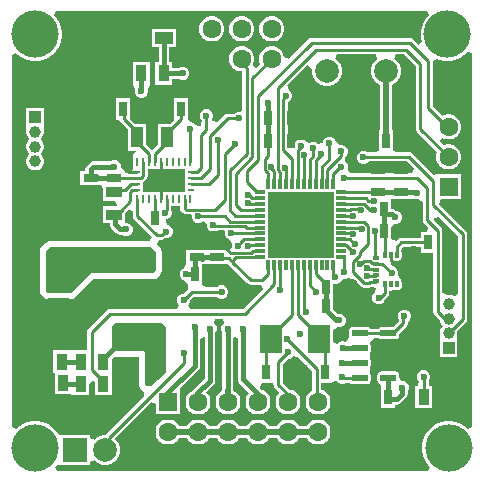
<source format=gtl>
G04*
G04 #@! TF.GenerationSoftware,Altium Limited,Altium Designer,22.10.1 (41)*
G04*
G04 Layer_Physical_Order=1*
G04 Layer_Color=255*
%FSLAX25Y25*%
%MOIN*%
G70*
G04*
G04 #@! TF.SameCoordinates,0245A464-56C0-4E7C-B2BA-3340792428E8*
G04*
G04*
G04 #@! TF.FilePolarity,Positive*
G04*
G01*
G75*
%ADD16C,0.01000*%
%ADD19R,0.03622X0.05433*%
%ADD20R,0.00984X0.02657*%
%ADD21R,0.02264X0.00984*%
%ADD22R,0.02756X0.05118*%
G04:AMPARAMS|DCode=23|XSize=51.58mil|YSize=20.87mil|CornerRadius=1.57mil|HoleSize=0mil|Usage=FLASHONLY|Rotation=180.000|XOffset=0mil|YOffset=0mil|HoleType=Round|Shape=RoundedRectangle|*
%AMROUNDEDRECTD23*
21,1,0.05158,0.01774,0,0,180.0*
21,1,0.04845,0.02087,0,0,180.0*
1,1,0.00313,-0.02422,0.00887*
1,1,0.00313,0.02422,0.00887*
1,1,0.00313,0.02422,-0.00887*
1,1,0.00313,-0.02422,-0.00887*
%
%ADD23ROUNDEDRECTD23*%
G04:AMPARAMS|DCode=24|XSize=51.58mil|YSize=20.87mil|CornerRadius=1.67mil|HoleSize=0mil|Usage=FLASHONLY|Rotation=180.000|XOffset=0mil|YOffset=0mil|HoleType=Round|Shape=RoundedRectangle|*
%AMROUNDEDRECTD24*
21,1,0.05158,0.01753,0,0,180.0*
21,1,0.04824,0.02087,0,0,180.0*
1,1,0.00334,-0.02412,0.00876*
1,1,0.00334,0.02412,0.00876*
1,1,0.00334,0.02412,-0.00876*
1,1,0.00334,-0.02412,-0.00876*
%
%ADD24ROUNDEDRECTD24*%
G04:AMPARAMS|DCode=25|XSize=19.29mil|YSize=13.78mil|CornerRadius=1.72mil|HoleSize=0mil|Usage=FLASHONLY|Rotation=270.000|XOffset=0mil|YOffset=0mil|HoleType=Round|Shape=RoundedRectangle|*
%AMROUNDEDRECTD25*
21,1,0.01929,0.01034,0,0,270.0*
21,1,0.01585,0.01378,0,0,270.0*
1,1,0.00345,-0.00517,-0.00792*
1,1,0.00345,-0.00517,0.00792*
1,1,0.00345,0.00517,0.00792*
1,1,0.00345,0.00517,-0.00792*
%
%ADD25ROUNDEDRECTD25*%
G04:AMPARAMS|DCode=26|XSize=19.29mil|YSize=13.78mil|CornerRadius=1.72mil|HoleSize=0mil|Usage=FLASHONLY|Rotation=180.000|XOffset=0mil|YOffset=0mil|HoleType=Round|Shape=RoundedRectangle|*
%AMROUNDEDRECTD26*
21,1,0.01929,0.01034,0,0,180.0*
21,1,0.01585,0.01378,0,0,180.0*
1,1,0.00345,-0.00792,0.00517*
1,1,0.00345,0.00792,0.00517*
1,1,0.00345,0.00792,-0.00517*
1,1,0.00345,-0.00792,-0.00517*
%
%ADD26ROUNDEDRECTD26*%
G04:AMPARAMS|DCode=27|XSize=34.25mil|YSize=10.63mil|CornerRadius=1.33mil|HoleSize=0mil|Usage=FLASHONLY|Rotation=90.000|XOffset=0mil|YOffset=0mil|HoleType=Round|Shape=RoundedRectangle|*
%AMROUNDEDRECTD27*
21,1,0.03425,0.00797,0,0,90.0*
21,1,0.03160,0.01063,0,0,90.0*
1,1,0.00266,0.00399,0.01580*
1,1,0.00266,0.00399,-0.01580*
1,1,0.00266,-0.00399,-0.01580*
1,1,0.00266,-0.00399,0.01580*
%
%ADD27ROUNDEDRECTD27*%
G04:AMPARAMS|DCode=28|XSize=34.25mil|YSize=10.63mil|CornerRadius=1.33mil|HoleSize=0mil|Usage=FLASHONLY|Rotation=180.000|XOffset=0mil|YOffset=0mil|HoleType=Round|Shape=RoundedRectangle|*
%AMROUNDEDRECTD28*
21,1,0.03425,0.00797,0,0,180.0*
21,1,0.03160,0.01063,0,0,180.0*
1,1,0.00266,-0.01580,0.00399*
1,1,0.00266,0.01580,0.00399*
1,1,0.00266,0.01580,-0.00399*
1,1,0.00266,-0.01580,-0.00399*
%
%ADD28ROUNDEDRECTD28*%
%ADD29R,0.07480X0.09449*%
%ADD30R,0.03937X0.07087*%
%ADD31R,0.05433X0.03622*%
%ADD32R,0.05118X0.02756*%
%ADD33R,0.05906X0.03937*%
%ADD34R,0.12598X0.06772*%
%ADD61R,0.22047X0.22047*%
%ADD62C,0.01500*%
%ADD63C,0.01100*%
%ADD64C,0.02000*%
%ADD65C,0.06299*%
%ADD66R,0.06299X0.06299*%
%ADD67C,0.15748*%
%ADD68R,0.07874X0.07874*%
%ADD69C,0.07874*%
%ADD70R,0.07874X0.07874*%
%ADD71R,0.06299X0.06299*%
%ADD72R,0.03937X0.03937*%
%ADD73C,0.03937*%
%ADD74C,0.02362*%
G36*
X141068Y154012D02*
X140351Y153295D01*
X139380Y151841D01*
X138711Y150226D01*
X138370Y148512D01*
Y146764D01*
X138698Y145113D01*
X138622Y144998D01*
X137403Y144287D01*
X135727Y145963D01*
X135231Y146295D01*
X134646Y146411D01*
X101969D01*
X101383Y146295D01*
X100887Y145963D01*
X94390Y139466D01*
X92890Y140034D01*
X92607Y141090D01*
X92061Y142036D01*
X91288Y142809D01*
X90342Y143355D01*
X89287Y143638D01*
X88194D01*
X87138Y143355D01*
X86192Y142809D01*
X85420Y142036D01*
X84873Y141090D01*
X84591Y140034D01*
Y138942D01*
X84873Y137887D01*
X84911Y137822D01*
X83469Y136380D01*
X82269Y137301D01*
X82607Y137887D01*
X82890Y138942D01*
Y140034D01*
X82607Y141090D01*
X82061Y142036D01*
X81288Y142809D01*
X80342Y143355D01*
X79286Y143638D01*
X78194D01*
X77139Y143355D01*
X76192Y142809D01*
X75420Y142036D01*
X74873Y141090D01*
X74591Y140034D01*
Y138942D01*
X74873Y137887D01*
X75420Y136940D01*
X76192Y136168D01*
X77139Y135621D01*
X78194Y135339D01*
X78786D01*
Y122282D01*
X78176Y121874D01*
X77305D01*
X76500Y121541D01*
X76174Y121214D01*
X74016D01*
X73431Y121098D01*
X72934Y120766D01*
X70769Y118601D01*
X68948Y118902D01*
X68785Y119232D01*
X69118Y120037D01*
Y120908D01*
X68785Y121712D01*
X68169Y122328D01*
X67365Y122661D01*
X66494D01*
X65689Y122328D01*
X65073Y121712D01*
X64740Y120908D01*
Y120037D01*
X65073Y119232D01*
X65308Y118998D01*
X65238Y117473D01*
X64947Y117259D01*
X63273Y117382D01*
X62657Y117998D01*
X61937Y118296D01*
X60891Y119232D01*
X60843Y119717D01*
Y126394D01*
X56087D01*
Y119276D01*
X56087Y119276D01*
X56087D01*
X55028Y118214D01*
X54743Y117929D01*
X50772D01*
Y111005D01*
X48819Y109053D01*
X46866Y111005D01*
Y117929D01*
X43092D01*
X41551Y119470D01*
Y126394D01*
X36795D01*
Y119276D01*
X37932D01*
X38018Y118842D01*
X38349Y118346D01*
X40929Y115766D01*
Y108843D01*
X43302D01*
X43331Y108799D01*
X42530Y107299D01*
X42406D01*
Y102642D01*
X42406D01*
X41945Y101332D01*
X39779D01*
Y102181D01*
X39670D01*
X38429Y103104D01*
Y103983D01*
X38093Y104794D01*
X37472Y105416D01*
X36660Y105752D01*
X35781D01*
X34969Y105416D01*
X34881Y105328D01*
X29225D01*
X28542Y105192D01*
X27964Y104805D01*
X27085Y103926D01*
X26698Y103348D01*
X26562Y102665D01*
Y102181D01*
X24787D01*
Y97425D01*
X31205D01*
X31905Y97425D01*
X32504Y96173D01*
Y92287D01*
X36378D01*
X37155Y90787D01*
X36874Y90390D01*
X32504D01*
Y84768D01*
X34686D01*
Y84396D01*
X34821Y83714D01*
X35208Y83135D01*
X36946Y81397D01*
X37525Y81010D01*
X38208Y80874D01*
X38208Y80874D01*
X38831D01*
X38920Y80786D01*
X39731Y80450D01*
X40610D01*
X41422Y80786D01*
X42043Y81407D01*
X42379Y82219D01*
Y83098D01*
X42043Y83910D01*
X41422Y84531D01*
X40610Y84867D01*
X39937D01*
Y88227D01*
X40982Y89272D01*
X42368Y88698D01*
Y87205D01*
X42485Y86619D01*
X42816Y86123D01*
X48667Y80272D01*
X48599Y79860D01*
X48007Y78811D01*
X14961D01*
X14180Y78656D01*
X13519Y78214D01*
X11944Y76639D01*
X11502Y75977D01*
X11347Y75197D01*
Y62205D01*
X11502Y61424D01*
X11944Y60763D01*
X12731Y59975D01*
X13393Y59533D01*
X13786Y59455D01*
X14173Y59842D01*
X20866D01*
X21330Y59378D01*
X21654D01*
X22434Y59533D01*
X23096Y59975D01*
X29191Y66071D01*
X49213D01*
X49993Y66226D01*
X50655Y66668D01*
X51442Y67456D01*
X51884Y68117D01*
X52039Y68898D01*
Y75197D01*
X51884Y75977D01*
X51442Y76639D01*
X50370Y77711D01*
X50991Y79211D01*
X52025D01*
X52610Y79327D01*
X53107Y79659D01*
X53149Y79701D01*
X53979D01*
X54783Y80034D01*
X55399Y80650D01*
X55732Y81454D01*
Y82325D01*
X55399Y83130D01*
X54783Y83745D01*
X54232Y83974D01*
X53802Y84507D01*
X53358Y85579D01*
X53559Y85980D01*
X53589D01*
X54401Y86317D01*
X55022Y86938D01*
X55358Y87750D01*
Y88628D01*
X55229Y88942D01*
X55270Y89148D01*
Y90339D01*
X58116D01*
Y89775D01*
X58233Y89189D01*
X58564Y88693D01*
X59150Y88108D01*
X59646Y87776D01*
X60232Y87660D01*
X61840D01*
X61984Y87443D01*
Y86572D01*
X62318Y85768D01*
X62933Y85152D01*
X63738Y84819D01*
X64609D01*
X65413Y85152D01*
X65740Y85479D01*
X65926D01*
X67102Y84400D01*
Y83529D01*
X67436Y82725D01*
X68051Y82109D01*
X68856Y81776D01*
X69727D01*
X70531Y82109D01*
X70729Y82307D01*
X72757D01*
X73008Y81932D01*
Y81061D01*
X73341Y80256D01*
X73957Y79640D01*
X74613Y79369D01*
X74821Y79180D01*
X75466Y77807D01*
X75370Y77576D01*
Y76705D01*
X75384Y76671D01*
X74444Y75684D01*
X74032Y75803D01*
Y75803D01*
X60220D01*
Y71047D01*
X59552Y69824D01*
X58985Y69589D01*
X58364Y68968D01*
X58028Y68156D01*
Y67277D01*
X58364Y66465D01*
X58985Y65844D01*
X59797Y65508D01*
X60774Y64207D01*
X60808Y64063D01*
X60763Y62678D01*
X59329Y61244D01*
X58868D01*
X58063Y60911D01*
X57447Y60295D01*
X57114Y59491D01*
Y58620D01*
X57447Y57815D01*
X57655Y57608D01*
X57077Y56108D01*
X34843D01*
X34238Y55988D01*
X33725Y55645D01*
X27623Y49543D01*
X27280Y49030D01*
X27160Y48425D01*
Y42299D01*
X22169D01*
Y42299D01*
X21531D01*
Y42299D01*
X15909D01*
Y34866D01*
X16303D01*
Y27779D01*
X21925D01*
X22169Y27386D01*
Y27386D01*
X27791D01*
Y31188D01*
X29291Y31965D01*
X29689Y31684D01*
Y27386D01*
X35311D01*
Y33366D01*
X35311Y34819D01*
X35311D01*
Y34866D01*
X35311D01*
Y38741D01*
X35417Y39030D01*
X35490Y39161D01*
X36220Y40087D01*
X44418D01*
Y31066D01*
X44472Y30792D01*
X44493Y30514D01*
X44549Y30405D01*
X44573Y30285D01*
X44728Y30053D01*
X44854Y29805D01*
X45205Y29359D01*
X45289Y29287D01*
X45349Y29195D01*
X45588Y29030D01*
X45809Y28842D01*
X45815Y28840D01*
X46136Y28252D01*
X46283Y27701D01*
X46280Y27183D01*
X33462Y14365D01*
X33213Y13992D01*
X32578D01*
X31323Y13656D01*
X30197Y13006D01*
X29665Y12474D01*
X28165Y13022D01*
Y13992D01*
X18291D01*
X17155Y14871D01*
X16735Y15499D01*
X15499Y16735D01*
X14046Y17707D01*
X12431Y18375D01*
X10717Y18717D01*
X8969D01*
X7254Y18375D01*
X5639Y17707D01*
X4186Y16735D01*
X3469Y16018D01*
X1969Y16640D01*
Y140841D01*
X3469Y141462D01*
X4186Y140745D01*
X5639Y139774D01*
X7254Y139105D01*
X8969Y138764D01*
X10717D01*
X12431Y139105D01*
X14046Y139774D01*
X15499Y140745D01*
X16735Y141981D01*
X17707Y143434D01*
X18375Y145049D01*
X18717Y146764D01*
Y148512D01*
X18375Y150226D01*
X17707Y151841D01*
X16735Y153295D01*
X16018Y154012D01*
X16640Y155512D01*
X140447D01*
X141068Y154012D01*
D02*
G37*
G36*
X154538Y141794D02*
X155512Y141339D01*
Y16640D01*
X154012Y16018D01*
X153295Y16735D01*
X151841Y17707D01*
X150226Y18375D01*
X148512Y18717D01*
X146764D01*
X145049Y18375D01*
X143434Y17707D01*
X141981Y16735D01*
X140745Y15499D01*
X139774Y14046D01*
X139105Y12431D01*
X138764Y10717D01*
Y8969D01*
X139105Y7254D01*
X139774Y5639D01*
X140745Y4186D01*
X141462Y3469D01*
X140841Y1969D01*
X17207D01*
X16565Y3437D01*
X17221Y4226D01*
X18291Y4118D01*
Y4118D01*
X28165D01*
Y5088D01*
X29665Y5636D01*
X30197Y5105D01*
X31323Y4455D01*
X32578Y4118D01*
X33878D01*
X35134Y4455D01*
X36260Y5105D01*
X37179Y6024D01*
X37829Y7149D01*
X38165Y8405D01*
Y9705D01*
X37829Y10961D01*
X37179Y12087D01*
X36344Y12921D01*
X48579Y25156D01*
X49965Y24582D01*
Y20968D01*
X58264D01*
Y29268D01*
X58264D01*
X58080Y29711D01*
X64254Y35884D01*
X64254Y35884D01*
X64641Y36463D01*
X64776Y37146D01*
X64776Y37146D01*
Y46154D01*
X66276Y46881D01*
X66326Y46842D01*
Y33003D01*
X62557Y29234D01*
X62314Y28870D01*
X61566Y28439D01*
X60794Y27666D01*
X60247Y26720D01*
X59965Y25664D01*
Y24572D01*
X60247Y23516D01*
X60794Y22570D01*
X61566Y21798D01*
X62512Y21251D01*
X63568Y20968D01*
X64661D01*
X65716Y21251D01*
X66662Y21798D01*
X67435Y22570D01*
X67981Y23516D01*
X68264Y24572D01*
Y25664D01*
X67981Y26720D01*
X67435Y27666D01*
X66735Y28365D01*
X69372Y31002D01*
X69759Y31581D01*
X69894Y32264D01*
Y48295D01*
X69966Y48366D01*
X70299Y49171D01*
Y50042D01*
X69966Y50846D01*
X69365Y51447D01*
X69366Y51533D01*
X69684Y52947D01*
X72442D01*
X72760Y51533D01*
X72761Y51447D01*
X72160Y50846D01*
X71827Y50042D01*
Y49171D01*
X72160Y48366D01*
X72232Y48295D01*
Y30045D01*
X72170Y29954D01*
X72035Y29271D01*
Y28709D01*
X71566Y28439D01*
X70794Y27666D01*
X70247Y26720D01*
X69965Y25664D01*
Y24572D01*
X70247Y23516D01*
X70794Y22570D01*
X71566Y21798D01*
X72513Y21251D01*
X73568Y20968D01*
X74660D01*
X75716Y21251D01*
X76662Y21798D01*
X77435Y22570D01*
X77981Y23516D01*
X78264Y24572D01*
Y25664D01*
X77981Y26720D01*
X77435Y27666D01*
X76662Y28439D01*
X75800Y28936D01*
Y46456D01*
X76575Y46857D01*
X77350Y46456D01*
Y32658D01*
X77485Y31975D01*
X77872Y31396D01*
X81198Y28070D01*
X80794Y27666D01*
X80247Y26720D01*
X79965Y25664D01*
Y24572D01*
X80247Y23516D01*
X80794Y22570D01*
X81566Y21798D01*
X82512Y21251D01*
X83568Y20968D01*
X84661D01*
X85716Y21251D01*
X86662Y21798D01*
X87435Y22570D01*
X87981Y23516D01*
X88264Y24572D01*
Y25664D01*
X87981Y26720D01*
X87435Y27666D01*
X86662Y28439D01*
X85716Y28985D01*
X85283Y29101D01*
X84668Y30099D01*
X85388Y31480D01*
X89189D01*
X89532Y30261D01*
X89532Y30260D01*
X89604Y30152D01*
X89863Y29764D01*
X91378Y28250D01*
X90794Y27666D01*
X90247Y26720D01*
X89965Y25664D01*
Y24572D01*
X90247Y23516D01*
X90794Y22570D01*
X91566Y21798D01*
X92513Y21251D01*
X93568Y20968D01*
X94661D01*
X95716Y21251D01*
X96662Y21798D01*
X97435Y22570D01*
X97981Y23516D01*
X98264Y24572D01*
Y25664D01*
X97981Y26720D01*
X97435Y27666D01*
X96662Y28439D01*
X95716Y28985D01*
X94695Y29258D01*
X92474Y31479D01*
Y37949D01*
X94068Y39543D01*
X94530D01*
X95334Y39877D01*
X95950Y40492D01*
X97469Y40238D01*
X102211Y35496D01*
Y28811D01*
X101566Y28439D01*
X100794Y27666D01*
X100247Y26720D01*
X99965Y25664D01*
Y24572D01*
X100247Y23516D01*
X100794Y22570D01*
X101566Y21798D01*
X102513Y21251D01*
X103568Y20968D01*
X104660D01*
X105716Y21251D01*
X106662Y21798D01*
X107435Y22570D01*
X107981Y23516D01*
X108264Y24572D01*
Y25664D01*
X107981Y26720D01*
X107435Y27666D01*
X106662Y28439D01*
X105716Y28985D01*
X105270Y29105D01*
Y31480D01*
X108874D01*
Y31866D01*
X110232Y32196D01*
X110374Y32200D01*
X110965Y31609D01*
X111769Y31276D01*
X112640D01*
X113445Y31609D01*
X114857Y31550D01*
X115243Y31292D01*
X115698Y31202D01*
X120522D01*
X120977Y31292D01*
X121363Y31550D01*
X121621Y31936D01*
X121712Y32391D01*
Y34144D01*
X121621Y34599D01*
X121447Y34860D01*
X121363Y35101D01*
Y36356D01*
X121447Y36596D01*
X121621Y36857D01*
X121712Y37313D01*
Y39065D01*
X121621Y39521D01*
X121447Y39782D01*
X121363Y40022D01*
Y41277D01*
X121447Y41518D01*
X121621Y41779D01*
X121712Y42234D01*
Y43987D01*
X121621Y44442D01*
X121447Y44703D01*
X121363Y44944D01*
Y45054D01*
X122738Y46502D01*
X124180D01*
X124306Y46314D01*
X124692Y46056D01*
X125147Y45965D01*
X129971D01*
X130426Y46056D01*
X130812Y46314D01*
X131070Y46700D01*
X131161Y47155D01*
Y47935D01*
X133695Y50469D01*
X134026Y50965D01*
X134143Y51550D01*
Y51913D01*
X134730Y52500D01*
X135063Y53305D01*
Y54176D01*
X134730Y54980D01*
X134114Y55596D01*
X133309Y55929D01*
X132439D01*
X131634Y55596D01*
X131018Y54980D01*
X130685Y54176D01*
Y53305D01*
X131018Y52500D01*
X131084Y52434D01*
Y52184D01*
X128998Y50098D01*
X125147D01*
X124692Y50007D01*
X124306Y49749D01*
X124180Y49561D01*
X121489D01*
X121363Y49749D01*
X120977Y50007D01*
X120522Y50098D01*
X115698D01*
X115243Y50007D01*
X114857Y49749D01*
X114599Y49363D01*
X114509Y48908D01*
Y47155D01*
X114599Y46700D01*
X113639Y45530D01*
X112893Y45276D01*
X112837Y45299D01*
X111966D01*
X111162Y44966D01*
X110768Y44572D01*
X109718Y44791D01*
X109268Y45032D01*
Y49259D01*
X110768Y50170D01*
X110809Y50153D01*
X111687D01*
X112499Y50490D01*
X113120Y51111D01*
X113457Y51923D01*
Y52802D01*
X113120Y53613D01*
X112499Y54235D01*
X111687Y54571D01*
X110809D01*
X110766Y54553D01*
X109268Y56051D01*
Y59827D01*
Y64372D01*
X109368Y64439D01*
X110239D01*
X111044Y64773D01*
X111659Y65388D01*
X112491Y66249D01*
X113362D01*
X114166Y66582D01*
X115874Y66214D01*
X118372Y63717D01*
X118868Y63385D01*
X119453Y63269D01*
X121260D01*
X121845Y63385D01*
X122033Y63510D01*
X123428Y63170D01*
X123422Y62900D01*
X123170Y61698D01*
X122554Y61083D01*
X122221Y60278D01*
Y59407D01*
X122554Y58603D01*
X123170Y57987D01*
X123974Y57653D01*
X124845D01*
X125649Y57987D01*
X126265Y58603D01*
X126598Y59407D01*
Y59475D01*
X127459Y60336D01*
X127791Y60832D01*
X127907Y61417D01*
Y62077D01*
X129341Y62434D01*
X129798Y62343D01*
X130832D01*
X131289Y62434D01*
X131677Y62693D01*
X131936Y63081D01*
X132027Y63538D01*
Y65123D01*
X131936Y65580D01*
X131677Y65968D01*
X131269Y66309D01*
X130929Y67675D01*
Y68546D01*
X130596Y69350D01*
X129980Y69966D01*
X129176Y70299D01*
X129163D01*
X128622Y71049D01*
X128838Y71997D01*
X129341Y72355D01*
X129798Y72264D01*
X130832D01*
X131289Y72355D01*
X131677Y72615D01*
X131936Y73002D01*
X132027Y73460D01*
Y75044D01*
X131936Y75502D01*
X131921Y75524D01*
X132588Y76766D01*
X138370D01*
Y74787D01*
X142565D01*
Y55118D01*
X142682Y54533D01*
X143013Y54037D01*
X144616Y52433D01*
X144723Y52362D01*
X144872Y51807D01*
X145262Y51130D01*
X145750Y50492D01*
X145262Y49854D01*
X144872Y49177D01*
X144669Y48422D01*
Y47641D01*
X144686Y47579D01*
X144669Y46079D01*
X144669D01*
Y40142D01*
X150606D01*
Y46079D01*
X150606Y46079D01*
X150590Y47579D01*
X150606Y47641D01*
Y48422D01*
X150519Y48750D01*
X153444Y51674D01*
X153775Y52171D01*
X153892Y52756D01*
Y81102D01*
X153775Y81688D01*
X153444Y82184D01*
X144466Y91161D01*
X145056Y92661D01*
X151787D01*
Y100961D01*
X143488D01*
Y100961D01*
X142818Y100683D01*
X135503Y107999D01*
X135006Y108330D01*
X134421Y108447D01*
X130567D01*
X129150Y108646D01*
X129150Y109947D01*
Y115764D01*
X128811D01*
Y130910D01*
X129803Y131483D01*
X130722Y132402D01*
X131372Y133528D01*
X131709Y134783D01*
Y136083D01*
X131372Y137339D01*
X130722Y138464D01*
X129803Y139384D01*
X129618Y139490D01*
X130020Y140990D01*
X132831D01*
X136660Y137162D01*
Y116260D01*
X136776Y115675D01*
X137108Y115178D01*
X143808Y108477D01*
X143771Y108413D01*
X143488Y107357D01*
Y106265D01*
X143771Y105209D01*
X144317Y104263D01*
X145090Y103490D01*
X146036Y102944D01*
X147091Y102661D01*
X148184D01*
X149240Y102944D01*
X150186Y103490D01*
X150958Y104263D01*
X151505Y105209D01*
X151787Y106265D01*
Y107357D01*
X151505Y108413D01*
X150958Y109359D01*
X150186Y110132D01*
X149240Y110678D01*
X148184Y110961D01*
X147091D01*
X146036Y110678D01*
X145971Y110640D01*
X144530Y112082D01*
X145451Y113282D01*
X146036Y112944D01*
X147091Y112661D01*
X148184D01*
X149240Y112944D01*
X150186Y113490D01*
X150958Y114263D01*
X151505Y115209D01*
X151787Y116265D01*
Y117357D01*
X151505Y118413D01*
X150958Y119359D01*
X150186Y120132D01*
X149240Y120678D01*
X148184Y120961D01*
X147091D01*
X146036Y120678D01*
X145609Y120431D01*
X142299Y123741D01*
Y138508D01*
X142359Y138609D01*
X142848Y139056D01*
X143679Y139509D01*
X144656Y139105D01*
X146370Y138764D01*
X148118D01*
X149832Y139105D01*
X151447Y139774D01*
X152901Y140745D01*
X154012Y141856D01*
X154538Y141794D01*
D02*
G37*
G36*
X123925Y139490D02*
X123740Y139384D01*
X122821Y138464D01*
X122171Y137339D01*
X121835Y136083D01*
Y134783D01*
X122171Y133528D01*
X122821Y132402D01*
X123740Y131483D01*
X124732Y130910D01*
Y115764D01*
X124394D01*
Y109947D01*
X124394Y108646D01*
X122976Y108447D01*
X120633D01*
X120531Y108549D01*
X119727Y108882D01*
X118856D01*
X118051Y108549D01*
X117436Y107933D01*
X117102Y107128D01*
Y106257D01*
X117436Y105453D01*
X118051Y104837D01*
X118856Y104504D01*
X119727D01*
X120531Y104837D01*
X121082Y105388D01*
X133788D01*
X136245Y102931D01*
X135623Y101431D01*
X114805D01*
X114683Y101525D01*
X114078Y102320D01*
X114000Y103108D01*
Y103979D01*
X113667Y104783D01*
X113051Y105399D01*
X113083Y106425D01*
X113185Y106940D01*
X113667Y107422D01*
X114000Y108226D01*
Y109097D01*
X113667Y109901D01*
X113051Y110517D01*
X112246Y110850D01*
X111449D01*
X111365Y110858D01*
X110063Y111853D01*
X109730Y112657D01*
X109114Y113273D01*
X108309Y113606D01*
X107439D01*
X106634Y113273D01*
X106018Y112657D01*
X105685Y111853D01*
Y111640D01*
X105420Y111486D01*
X104185Y111180D01*
X103832Y111534D01*
X103027Y111867D01*
X102156D01*
X101352Y111534D01*
X100281Y111689D01*
X99665Y112304D01*
X98861Y112638D01*
X97990D01*
X97185Y112304D01*
X96570Y111689D01*
X96236Y110884D01*
Y110864D01*
X94736Y110146D01*
X94049Y110699D01*
Y125103D01*
X94547Y125310D01*
X95163Y125925D01*
X95496Y126730D01*
Y127601D01*
X95163Y128405D01*
X94547Y129021D01*
X94393Y129085D01*
X93941Y130687D01*
X93953Y130767D01*
X100631Y137444D01*
X100950Y137400D01*
X102150Y136083D01*
Y134783D01*
X102486Y133528D01*
X103136Y132402D01*
X104055Y131483D01*
X105181Y130833D01*
X106437Y130496D01*
X107737D01*
X108992Y130833D01*
X110118Y131483D01*
X111037Y132402D01*
X111687Y133528D01*
X112024Y134783D01*
Y136083D01*
X111687Y137339D01*
X111037Y138464D01*
X110118Y139384D01*
X109933Y139490D01*
X110335Y140990D01*
X123523D01*
X123925Y139490D01*
D02*
G37*
G36*
X59728Y98311D02*
Y94996D01*
X52248D01*
Y94996D01*
X51295D01*
Y94996D01*
X45783D01*
Y98374D01*
X45866Y98390D01*
X46362Y98722D01*
X46948Y99308D01*
X47279Y99804D01*
X47396Y100389D01*
Y102642D01*
X50748D01*
X51295Y102642D01*
Y102642D01*
X52248D01*
Y102642D01*
X59728D01*
Y98311D01*
D02*
G37*
G36*
X139022Y91812D02*
Y85827D01*
X139138Y85242D01*
X139470Y84745D01*
X140924Y83291D01*
X140350Y81906D01*
X138370D01*
Y79927D01*
X131890D01*
X131285Y79807D01*
X130772Y79464D01*
X130059Y78751D01*
X128559Y79372D01*
Y83282D01*
X129482Y84524D01*
X130361D01*
X131172Y84860D01*
X131794Y85481D01*
X132130Y86293D01*
Y87172D01*
X131794Y87983D01*
X131172Y88605D01*
X130361Y88941D01*
X130003D01*
X130000Y88943D01*
X129422Y89330D01*
X128739Y89466D01*
X128559D01*
Y92701D01*
X135449D01*
X135449Y92701D01*
X136569Y92673D01*
X136937Y92673D01*
X137447D01*
X137522Y92704D01*
X139022Y91812D01*
D02*
G37*
G36*
X50000Y75197D02*
Y68898D01*
X49213Y68110D01*
X28346D01*
X21654Y61417D01*
X14173D01*
X13386Y62205D01*
Y75197D01*
X14961Y76772D01*
X48425D01*
X50000Y75197D01*
D02*
G37*
G36*
X150833Y80469D02*
Y60998D01*
X149865Y60470D01*
X149333Y60323D01*
X148784Y60640D01*
X148029Y60843D01*
X147247D01*
X147124Y60809D01*
X145809Y61608D01*
X145624Y61871D01*
Y82284D01*
X145508Y82869D01*
X145176Y83365D01*
X142662Y85879D01*
X142746Y86434D01*
X144343Y86959D01*
X150833Y80469D01*
D02*
G37*
G36*
X74032Y71047D02*
X75151Y70127D01*
X80611Y64667D01*
X81108Y64335D01*
X81693Y64219D01*
X85059D01*
X85606Y63309D01*
X85712Y62750D01*
X79070Y56108D01*
X61529D01*
X60952Y57608D01*
X61159Y57815D01*
X61492Y58620D01*
Y59081D01*
X62692Y60282D01*
X70481D01*
X70807Y59955D01*
X71612Y59622D01*
X72483D01*
X73287Y59955D01*
X73903Y60571D01*
X74236Y61376D01*
Y62246D01*
X73903Y63051D01*
X73287Y63667D01*
X72483Y64000D01*
X71612D01*
X70807Y63667D01*
X70481Y63340D01*
X66729D01*
X65567Y64157D01*
X65567Y64840D01*
Y71047D01*
X74032Y71047D01*
D02*
G37*
G36*
X53511Y50032D02*
Y34722D01*
X48418Y30601D01*
X46807Y30620D01*
X46457Y31066D01*
Y41732D01*
X46063Y42126D01*
X36220D01*
X35433Y43307D01*
Y50394D01*
X36614Y51575D01*
X51968D01*
X53511Y50032D01*
D02*
G37*
%LPC*%
G36*
X89287Y153638D02*
X88194D01*
X87138Y153355D01*
X86192Y152809D01*
X85420Y152036D01*
X84873Y151090D01*
X84591Y150034D01*
Y148942D01*
X84873Y147887D01*
X85420Y146940D01*
X86192Y146168D01*
X87138Y145621D01*
X88194Y145339D01*
X89287D01*
X90342Y145621D01*
X91288Y146168D01*
X92061Y146940D01*
X92607Y147887D01*
X92890Y148942D01*
Y150034D01*
X92607Y151090D01*
X92061Y152036D01*
X91288Y152809D01*
X90342Y153355D01*
X89287Y153638D01*
D02*
G37*
G36*
X79286D02*
X78194D01*
X77139Y153355D01*
X76192Y152809D01*
X75420Y152036D01*
X74873Y151090D01*
X74591Y150034D01*
Y148942D01*
X74873Y147887D01*
X75420Y146940D01*
X76192Y146168D01*
X77139Y145621D01*
X78194Y145339D01*
X79286D01*
X80342Y145621D01*
X81288Y146168D01*
X82061Y146940D01*
X82607Y147887D01*
X82890Y148942D01*
Y150034D01*
X82607Y151090D01*
X82061Y152036D01*
X81288Y152809D01*
X80342Y153355D01*
X79286Y153638D01*
D02*
G37*
G36*
X69287D02*
X68194D01*
X67138Y153355D01*
X66192Y152809D01*
X65420Y152036D01*
X64873Y151090D01*
X64591Y150034D01*
Y148942D01*
X64873Y147887D01*
X65420Y146940D01*
X66192Y146168D01*
X67138Y145621D01*
X68194Y145339D01*
X69287D01*
X70342Y145621D01*
X71288Y146168D01*
X72061Y146940D01*
X72607Y147887D01*
X72890Y148942D01*
Y150034D01*
X72607Y151090D01*
X72061Y152036D01*
X71288Y152809D01*
X70342Y153355D01*
X69287Y153638D01*
D02*
G37*
G36*
X56823Y149425D02*
X48917D01*
Y143488D01*
X50972D01*
Y138362D01*
X49945D01*
Y130929D01*
X55567D01*
Y132861D01*
X57744D01*
X57815Y132790D01*
X58620Y132457D01*
X59491D01*
X60295Y132790D01*
X60911Y133406D01*
X61244Y134210D01*
Y135081D01*
X60911Y135886D01*
X60295Y136501D01*
X59491Y136835D01*
X58620D01*
X57815Y136501D01*
X57744Y136430D01*
X55567D01*
Y138362D01*
X54540D01*
Y143488D01*
X56823D01*
Y149425D01*
D02*
G37*
G36*
X48047Y138362D02*
X42425D01*
Y130929D01*
X42425Y130929D01*
X43170Y129429D01*
X43067Y129180D01*
Y128301D01*
X43403Y127489D01*
X44025Y126868D01*
X44836Y126532D01*
X45715D01*
X46527Y126868D01*
X47148Y127489D01*
X47484Y128301D01*
Y129180D01*
X47381Y129429D01*
X48047Y130929D01*
X48047D01*
Y138362D01*
D02*
G37*
G36*
X12811Y123047D02*
X6874D01*
Y117110D01*
X6874Y117110D01*
X6891Y115610D01*
X6874Y115548D01*
Y114767D01*
X7076Y114012D01*
X7467Y113335D01*
X7955Y112697D01*
X7467Y112059D01*
X7076Y111382D01*
X6874Y110627D01*
Y109845D01*
X7076Y109090D01*
X7467Y108414D01*
X7955Y107776D01*
X7467Y107138D01*
X7076Y106461D01*
X6874Y105706D01*
Y104924D01*
X7076Y104169D01*
X7467Y103492D01*
X8020Y102940D01*
X8697Y102549D01*
X9452Y102347D01*
X10233D01*
X10988Y102549D01*
X11665Y102940D01*
X12218Y103492D01*
X12609Y104169D01*
X12811Y104924D01*
Y105706D01*
X12609Y106461D01*
X12218Y107138D01*
X11730Y107776D01*
X12218Y108414D01*
X12609Y109090D01*
X12811Y109845D01*
Y110627D01*
X12609Y111382D01*
X12218Y112059D01*
X11730Y112697D01*
X12218Y113335D01*
X12609Y114012D01*
X12811Y114767D01*
Y115548D01*
X12794Y115610D01*
X12811Y117110D01*
X12811D01*
Y123047D01*
D02*
G37*
G36*
X129981Y35334D02*
X125137D01*
X124686Y35244D01*
X124303Y34988D01*
X124047Y34606D01*
X123958Y34154D01*
Y32381D01*
X124047Y31930D01*
X124303Y31547D01*
X124377Y31498D01*
X125181Y30331D01*
Y23213D01*
X129937D01*
Y24193D01*
X130308D01*
X130991Y24329D01*
X131570Y24716D01*
X133545Y26691D01*
X133932Y27270D01*
X134068Y27953D01*
Y28582D01*
X134156Y28670D01*
X134492Y29482D01*
Y30361D01*
X134156Y31172D01*
X133535Y31794D01*
X132723Y32130D01*
X132623D01*
X131769Y32276D01*
X131160Y33470D01*
Y34154D01*
X131071Y34606D01*
X130815Y34988D01*
X130432Y35244D01*
X129981Y35334D01*
D02*
G37*
G36*
X139805Y35653D02*
X138935D01*
X138130Y35320D01*
X137514Y34705D01*
X137181Y33900D01*
Y33029D01*
X137514Y32225D01*
X137751Y31988D01*
X137624Y30488D01*
X136559D01*
Y23055D01*
X142181D01*
Y30488D01*
X141116D01*
X140989Y31988D01*
X141226Y32225D01*
X141559Y33029D01*
Y33900D01*
X141226Y34705D01*
X140610Y35320D01*
X139805Y35653D01*
D02*
G37*
G36*
X104660Y19268D02*
X103568D01*
X102513Y18985D01*
X101566Y18439D01*
X100794Y17666D01*
X100500Y17157D01*
X97728D01*
X97435Y17666D01*
X96662Y18439D01*
X95716Y18985D01*
X94661Y19268D01*
X93568D01*
X92513Y18985D01*
X91566Y18439D01*
X90794Y17666D01*
X90500Y17157D01*
X87728D01*
X87435Y17666D01*
X86662Y18439D01*
X85716Y18985D01*
X84661Y19268D01*
X83568D01*
X82512Y18985D01*
X81566Y18439D01*
X80794Y17666D01*
X80500Y17157D01*
X77728D01*
X77435Y17666D01*
X76662Y18439D01*
X75716Y18985D01*
X74660Y19268D01*
X73568D01*
X72513Y18985D01*
X71566Y18439D01*
X70794Y17666D01*
X70500Y17157D01*
X67728D01*
X67435Y17666D01*
X66662Y18439D01*
X65716Y18985D01*
X64661Y19268D01*
X63568D01*
X62512Y18985D01*
X61566Y18439D01*
X60794Y17666D01*
X60500Y17157D01*
X57728D01*
X57435Y17666D01*
X56662Y18439D01*
X55716Y18985D01*
X54660Y19268D01*
X53568D01*
X52513Y18985D01*
X51566Y18439D01*
X50794Y17666D01*
X50247Y16720D01*
X49965Y15664D01*
Y14572D01*
X50247Y13516D01*
X50794Y12570D01*
X51566Y11798D01*
X52513Y11251D01*
X53568Y10968D01*
X54660D01*
X55716Y11251D01*
X56662Y11798D01*
X57435Y12570D01*
X57728Y13079D01*
X60500D01*
X60794Y12570D01*
X61566Y11798D01*
X62512Y11251D01*
X63568Y10968D01*
X64661D01*
X65716Y11251D01*
X66662Y11798D01*
X67435Y12570D01*
X67728Y13079D01*
X70500D01*
X70794Y12570D01*
X71566Y11798D01*
X72513Y11251D01*
X73568Y10968D01*
X74660D01*
X75716Y11251D01*
X76662Y11798D01*
X77435Y12570D01*
X77728Y13079D01*
X80500D01*
X80794Y12570D01*
X81566Y11798D01*
X82512Y11251D01*
X83568Y10968D01*
X84661D01*
X85716Y11251D01*
X86662Y11798D01*
X87435Y12570D01*
X87728Y13079D01*
X90500D01*
X90794Y12570D01*
X91566Y11798D01*
X92513Y11251D01*
X93568Y10968D01*
X94661D01*
X95716Y11251D01*
X96662Y11798D01*
X97435Y12570D01*
X97728Y13079D01*
X100500D01*
X100794Y12570D01*
X101566Y11798D01*
X102513Y11251D01*
X103568Y10968D01*
X104660D01*
X105716Y11251D01*
X106662Y11798D01*
X107435Y12570D01*
X107981Y13516D01*
X108264Y14572D01*
Y15664D01*
X107981Y16720D01*
X107435Y17666D01*
X106662Y18439D01*
X105716Y18985D01*
X104660Y19268D01*
D02*
G37*
%LPD*%
D16*
X139370Y26772D02*
Y33465D01*
X111929Y87205D02*
X115945D01*
X117710Y89386D02*
X118135Y88961D01*
X115041Y89386D02*
X117710D01*
X119509Y85024D02*
X120839Y83694D01*
X115041Y85024D02*
X119509D01*
X111929Y85236D02*
X114829D01*
X114829Y89173D02*
X115041Y89386D01*
X118135Y88961D02*
X118504D01*
X111929Y89173D02*
X114829D01*
X114829Y85236D02*
X115041Y85024D01*
X34544Y13284D02*
X59303Y38043D01*
X34544Y10370D02*
Y13284D01*
X59303Y38043D02*
Y41587D01*
X33228Y9055D02*
X34544Y10370D01*
X59303Y59055D02*
X62059Y61811D01*
X72047D01*
X76772Y101181D02*
X82284Y106693D01*
Y133031D02*
X88740Y139488D01*
X82284Y106693D02*
Y133031D01*
X120357Y66979D02*
X120528Y67151D01*
X121260Y64798D02*
X121627Y65165D01*
X123197D01*
X121833Y69480D02*
X123197D01*
X120607Y69831D02*
X120867Y69570D01*
X123214Y67151D02*
X123386Y67323D01*
X120528Y67151D02*
X123214D01*
X119453Y64798D02*
X121260D01*
X115831Y68420D02*
X119453Y64798D01*
X123197Y69480D02*
X123386Y69291D01*
X120867Y69570D02*
X121743D01*
X121833Y69480D01*
X115831Y68420D02*
Y71943D01*
X125591Y71260D02*
X128740Y68110D01*
X123386Y71260D02*
X125591D01*
X118012Y71040D02*
X118381D01*
X119353Y72012D01*
X121510D02*
X122073Y71449D01*
X123197D01*
X119353Y72012D02*
X121510D01*
X123197Y71449D02*
X123386Y71260D01*
X118023Y74135D02*
Y75110D01*
X115831Y71943D02*
X118023Y74135D01*
X112895Y73425D02*
X112926Y73394D01*
X111929Y73425D02*
X112895D01*
X112926Y68438D02*
Y73394D01*
X137106Y99902D02*
X140551Y96457D01*
X112894Y99902D02*
X137106D01*
X119516Y106917D02*
X134421D01*
X119291Y106693D02*
X119516Y106917D01*
X118023Y75110D02*
X120839Y77925D01*
X115716Y75046D02*
X115842D01*
X113431Y77331D02*
X115716Y75046D01*
X111961Y77331D02*
X113431D01*
X111929Y77362D02*
X111961Y77331D01*
X91504Y62764D02*
Y70717D01*
X91339Y62598D02*
X91504Y62764D01*
Y70717D02*
X91535Y70748D01*
X84890Y73394D02*
X84921Y73425D01*
X81793Y74794D02*
X82362Y75362D01*
X76954Y73394D02*
X84890D01*
X74981Y74794D02*
X81793D01*
X82362Y75362D02*
X84890D01*
X73946Y75829D02*
X74981Y74794D01*
X75915Y72355D02*
X76954Y73394D01*
X75915Y71526D02*
Y72355D01*
X90945Y30845D02*
Y38583D01*
X94095Y41732D01*
X90945Y30845D02*
X93740Y28050D01*
Y26617D02*
Y28050D01*
X103740Y27972D02*
Y36130D01*
X140770Y123108D02*
X147067Y116811D01*
X147638D01*
X140770Y123108D02*
Y138758D01*
X93807Y46063D02*
X103740Y36130D01*
X120839Y77925D02*
Y83694D01*
X123197Y65165D02*
X123386Y65354D01*
X116400Y77945D02*
X116519Y77827D01*
X116002Y77945D02*
X116400D01*
X114648Y79299D02*
X116002Y77945D01*
X111961Y79299D02*
X114648D01*
X111929Y81299D02*
X115732D01*
X118529Y82677D02*
X118658D01*
X117938Y83268D02*
X118529Y82677D01*
X115732Y81299D02*
X115945Y81087D01*
X111929Y83268D02*
X117938D01*
X119571Y91142D02*
X121476Y89237D01*
X111929Y91142D02*
X119571D01*
X121476Y89237D02*
X122549D01*
X122810Y88976D01*
X122377Y92280D02*
X122638Y92020D01*
X111929Y93110D02*
X120119D01*
X120949Y92280D02*
X122377D01*
X120119Y93110D02*
X120949Y92280D01*
X61614Y104971D02*
Y115945D01*
X61417Y116142D02*
X61614Y115945D01*
X105315Y97756D02*
Y103572D01*
X107874Y106131D01*
Y111417D01*
X100287Y55118D02*
Y55487D01*
X99409Y56365D02*
X100287Y55487D01*
X99409Y56365D02*
Y70748D01*
X109252Y67495D02*
X109804Y66943D01*
Y66628D02*
Y66943D01*
X123209Y73405D02*
Y82205D01*
X123196Y82217D02*
X123209Y82205D01*
Y73405D02*
X123386Y73228D01*
X129095Y48031D02*
X132613Y51550D01*
Y53479D02*
X132874Y53740D01*
X132613Y51550D02*
Y53479D01*
X118110Y48031D02*
X129095D01*
X124803Y59842D02*
X126378Y61417D01*
X124409Y59842D02*
X124803D01*
X126378Y61417D02*
Y64331D01*
X134421Y106917D02*
X142520Y98819D01*
X101378Y63976D02*
Y70748D01*
Y63976D02*
X103543Y61811D01*
X74332Y73109D02*
X75915Y71526D01*
X81693Y65748D01*
X70789Y73109D02*
X74332D01*
X81693Y65748D02*
X85433D01*
X81849Y77362D02*
X84921D01*
X41601Y92054D02*
Y95242D01*
X42226Y95866D01*
X43652D01*
X89535Y97787D02*
Y102222D01*
X88583Y103175D02*
Y103543D01*
Y103175D02*
X89535Y102222D01*
X86390Y102587D02*
Y105983D01*
X87567Y97787D02*
Y101409D01*
X86390Y102587D02*
X87567Y101409D01*
X89535Y97787D02*
X89567Y97756D01*
X87567Y97787D02*
X87598Y97756D01*
X86390Y105983D02*
X87598Y107192D01*
X97441Y109096D02*
X98425Y110080D01*
Y110449D01*
X97441Y97756D02*
Y109096D01*
X50362Y80740D02*
X52025D01*
X53175Y81890D01*
X53543D01*
X43898Y87205D02*
X50362Y80740D01*
X59646Y89775D02*
Y92667D01*
Y89775D02*
X60232Y89189D01*
X69898D01*
X128535Y72252D02*
X131496Y69291D01*
X133307D01*
X128535Y72252D02*
Y74063D01*
X128347Y74252D02*
X128535Y74063D01*
X51772Y98819D02*
Y104971D01*
Y92667D02*
Y98819D01*
X90935Y102372D02*
X91535Y101772D01*
X87598Y107192D02*
Y112205D01*
X90935Y102372D02*
Y129912D01*
X103543Y142520D01*
X93116Y103275D02*
X93338Y103053D01*
X92520Y109055D02*
X95419Y106156D01*
Y102589D02*
Y106156D01*
X91535Y97756D02*
Y101772D01*
X93338Y102356D02*
Y103053D01*
X95419Y102589D02*
X95472Y102535D01*
Y97756D02*
Y102535D01*
X93338Y102356D02*
X93504Y102190D01*
Y97756D02*
Y102190D01*
X71653Y80905D02*
X73946Y78613D01*
X70473Y80905D02*
X71653D01*
X73946Y75829D02*
Y78613D01*
X37402Y107283D02*
X39711Y104974D01*
Y103203D02*
Y104974D01*
Y103203D02*
X41142Y101772D01*
X36220Y107283D02*
X37402D01*
X41142Y101772D02*
X43652D01*
X80315Y98504D02*
X83740Y95079D01*
X80315Y98504D02*
Y101969D01*
X70079Y78347D02*
Y80512D01*
X70473Y80905D01*
X76772Y90901D02*
X78515Y89157D01*
X80921Y91339D02*
X81087Y91173D01*
X76575Y87205D02*
X84921D01*
X80921Y94201D02*
X81144D01*
X73165Y87008D02*
X74936Y85236D01*
X79801Y83836D02*
X80369Y83268D01*
X81552Y89157D02*
X81568Y89173D01*
X81087Y91173D02*
X84890D01*
X74936Y85236D02*
X84921D01*
X78515Y89157D02*
X81552D01*
X69420Y83836D02*
X79801D01*
X64173Y87008D02*
X73165D01*
X74803Y88976D02*
X76575Y87205D01*
X81144Y94201D02*
X82234Y93110D01*
X69291Y83965D02*
X69420Y83836D01*
X80369Y83268D02*
X84921D01*
X75362Y81331D02*
X84890D01*
X75197Y81496D02*
X75362Y81331D01*
X84890D02*
X84921Y81299D01*
X53150Y88558D02*
X53740Y89148D01*
Y92667D01*
X53150Y88189D02*
Y88558D01*
X84890Y75362D02*
X84921Y75394D01*
X77559Y77140D02*
X78145Y77726D01*
Y77977D02*
X79499Y79331D01*
X78145Y77726D02*
Y77977D01*
X79499Y79331D02*
X84921D01*
X69898Y89189D02*
X73228Y92520D01*
X111929Y79331D02*
X111961Y79299D01*
X58338Y122708D02*
X58465Y122835D01*
X55405Y116429D02*
X58338Y119361D01*
Y122708D01*
X55209Y116429D02*
X55405D01*
X55209Y113279D02*
Y116429D01*
X38780Y122835D02*
X39431Y122183D01*
Y119428D02*
Y122183D01*
X43898Y111811D02*
Y114961D01*
X39431Y119428D02*
X43898Y114961D01*
X49803Y107874D02*
X55209Y113279D01*
X133465Y142520D02*
X138189Y137795D01*
X103543Y142520D02*
X133465D01*
X99378Y97787D02*
Y107236D01*
X99622Y107480D01*
X101378Y97756D02*
Y105784D01*
X102591Y106997D01*
Y109677D01*
X102592Y109678D01*
X103387Y99256D02*
Y105814D01*
X105118Y107545D01*
Y107874D01*
X99378Y97787D02*
X99409Y97756D01*
X103378Y97796D02*
Y99247D01*
X103387Y99256D01*
X93307Y126797D02*
Y127165D01*
X92520Y126009D02*
X93307Y126797D01*
X92520Y109055D02*
Y126009D01*
X84252Y127165D02*
X101969Y144882D01*
X84252Y105905D02*
Y127165D01*
X101969Y144882D02*
X134646D01*
X140770Y138758D01*
X147076Y53515D02*
X147638Y52953D01*
X144095Y55118D02*
Y82284D01*
X145698Y53515D02*
X147076D01*
X144095Y55118D02*
X145698Y53515D01*
X140551Y85827D02*
X144095Y82284D01*
X152362Y52756D02*
Y81102D01*
X142520Y90945D02*
X152362Y81102D01*
X142520Y90945D02*
Y98819D01*
X140551Y85827D02*
Y96457D01*
X73228Y92520D02*
Y107874D01*
X74803Y102362D02*
X80315Y107874D01*
X74803Y88976D02*
Y102362D01*
X80315Y107874D02*
Y136479D01*
X76772Y90901D02*
Y101181D01*
X147638Y48031D02*
X152362Y52756D01*
X111670Y107011D02*
Y108520D01*
X111811Y108661D01*
X83740Y95079D02*
X84921D01*
X82234Y93110D02*
X84921D01*
X73228Y107874D02*
X76378Y111024D01*
X70866Y100787D02*
Y112598D01*
X67913Y97835D02*
X70866Y100787D01*
X78740Y138054D02*
Y139488D01*
Y138054D02*
X80315Y136479D01*
Y101969D02*
X84252Y105905D01*
X81568Y89173D02*
X84921D01*
X84890Y91173D02*
X84921Y91142D01*
X74016Y119685D02*
X77740D01*
X138189Y116260D02*
X147638Y106811D01*
X138189Y116260D02*
Y137795D01*
X38437Y88890D02*
Y88890D01*
X41601Y92054D01*
X37126Y87579D02*
X38437Y88890D01*
X36220Y87579D02*
X37126D01*
X49803Y104971D02*
Y107874D01*
X47835Y104971D02*
Y107874D01*
X43898Y111811D02*
X47835Y107874D01*
X45866Y100389D02*
Y104971D01*
X45280Y99803D02*
X45866Y100389D01*
X43652Y99803D02*
X45280D01*
X36220D02*
X43652D01*
X36220Y95098D02*
X36879Y95757D01*
X39851D01*
X41929Y97835D02*
X43652D01*
X39851Y95757D02*
X41929Y97835D01*
X43898Y87205D02*
Y92667D01*
X49803Y86614D02*
Y92667D01*
X68110Y113779D02*
X74016Y119685D01*
X61860Y97835D02*
X67913D01*
X68110Y102756D02*
Y113779D01*
X66929Y115773D02*
Y120472D01*
X65226Y114070D02*
X66929Y115773D01*
X65226Y103214D02*
Y114070D01*
X65158Y99803D02*
X68110Y102756D01*
X61860Y99803D02*
X65158D01*
X61860Y101772D02*
X63784D01*
X65226Y103214D01*
X110580Y105921D02*
X111670Y107011D01*
X110580Y105921D02*
Y105921D01*
X107283Y102624D02*
X110580Y105921D01*
X107283Y97756D02*
Y102624D01*
X111560Y103543D02*
X111811D01*
X109252Y101235D02*
X111560Y103543D01*
X123622Y95079D02*
X124016Y95472D01*
X109252Y67495D02*
Y70748D01*
X103347Y67795D02*
X105697Y65445D01*
X106012D02*
X106869Y64587D01*
X105697Y65445D02*
X106012D01*
X106869Y63406D02*
Y64587D01*
X88386Y47047D02*
X95472Y54134D01*
Y70748D01*
X112205Y33465D02*
X112402Y33268D01*
X118110D01*
X103347Y67795D02*
Y70748D01*
X109252Y97756D02*
Y101235D01*
X111929Y95079D02*
X123622D01*
X87598Y67913D02*
Y70748D01*
X85433Y65748D02*
X87598Y67913D01*
X86811Y35039D02*
Y44488D01*
X88386Y46063D01*
Y47047D01*
D19*
X146890Y26772D02*
D03*
X139370D02*
D03*
X11594Y31496D02*
D03*
X19114D02*
D03*
X11201Y38583D02*
D03*
X18721D02*
D03*
X24980Y31102D02*
D03*
X32500D02*
D03*
X45236Y134646D02*
D03*
X52756D02*
D03*
X32500Y38583D02*
D03*
X24980D02*
D03*
D20*
X43898Y104971D02*
D03*
Y92667D02*
D03*
X45866D02*
D03*
X47835D02*
D03*
X49803D02*
D03*
X51772D02*
D03*
X53740D02*
D03*
X55709D02*
D03*
X57677D02*
D03*
X59646D02*
D03*
X61614D02*
D03*
Y104971D02*
D03*
X59646D02*
D03*
X57677D02*
D03*
X55709D02*
D03*
X53740D02*
D03*
X51772D02*
D03*
X49803D02*
D03*
X47835D02*
D03*
X45866D02*
D03*
D21*
X43652Y101772D02*
D03*
Y99803D02*
D03*
Y97835D02*
D03*
Y95866D02*
D03*
X61860D02*
D03*
Y97835D02*
D03*
Y99803D02*
D03*
Y101772D02*
D03*
D22*
X50984Y122835D02*
D03*
X58465D02*
D03*
X126772Y112205D02*
D03*
X119291D02*
D03*
X127559Y26772D02*
D03*
X120079D02*
D03*
X49803Y86614D02*
D03*
X57284D02*
D03*
X39173Y122835D02*
D03*
X46654D02*
D03*
X148228Y78347D02*
D03*
X140748D02*
D03*
X86811Y35039D02*
D03*
X94291D02*
D03*
X126181Y89370D02*
D03*
X133661D02*
D03*
X133661Y82284D02*
D03*
X126181D02*
D03*
X106496Y35039D02*
D03*
X99016D02*
D03*
X87598Y112205D02*
D03*
X95079D02*
D03*
X87598Y119685D02*
D03*
X95079D02*
D03*
X63189Y67716D02*
D03*
X70669D02*
D03*
X106890Y57087D02*
D03*
X114370D02*
D03*
X106890Y63386D02*
D03*
X114370D02*
D03*
D23*
X127559Y33268D02*
D03*
D24*
X118110D02*
D03*
X127559Y38189D02*
D03*
Y43110D02*
D03*
Y48031D02*
D03*
X118110D02*
D03*
Y43110D02*
D03*
Y38189D02*
D03*
D25*
X126378Y74252D02*
D03*
X128347D02*
D03*
X130315D02*
D03*
Y64331D02*
D03*
X128347D02*
D03*
X126378D02*
D03*
D26*
X133307Y73228D02*
D03*
Y71260D02*
D03*
Y69291D02*
D03*
Y67323D02*
D03*
Y65354D02*
D03*
X123386D02*
D03*
Y67323D02*
D03*
Y69291D02*
D03*
Y71260D02*
D03*
Y73228D02*
D03*
D27*
X87598Y97756D02*
D03*
X89567D02*
D03*
X91535D02*
D03*
X93504D02*
D03*
X95472D02*
D03*
X97441D02*
D03*
X99409D02*
D03*
X101378D02*
D03*
X103347D02*
D03*
X105315D02*
D03*
X107283D02*
D03*
X109252D02*
D03*
Y70748D02*
D03*
X107283D02*
D03*
X105315D02*
D03*
X103347D02*
D03*
X101378D02*
D03*
X99409D02*
D03*
X97441D02*
D03*
X95472D02*
D03*
X93504D02*
D03*
X91535D02*
D03*
X89567D02*
D03*
X87598D02*
D03*
D28*
X84921Y73425D02*
D03*
Y75394D02*
D03*
Y77362D02*
D03*
Y79331D02*
D03*
Y81299D02*
D03*
Y83268D02*
D03*
Y85236D02*
D03*
Y87205D02*
D03*
Y89173D02*
D03*
Y91142D02*
D03*
Y93110D02*
D03*
Y95079D02*
D03*
X111929D02*
D03*
Y93110D02*
D03*
Y91142D02*
D03*
Y89173D02*
D03*
Y87205D02*
D03*
Y85236D02*
D03*
Y83268D02*
D03*
Y81299D02*
D03*
Y79331D02*
D03*
Y77362D02*
D03*
Y75394D02*
D03*
Y73425D02*
D03*
D29*
X88386Y46063D02*
D03*
X104527D02*
D03*
D30*
X43898Y113386D02*
D03*
X53740D02*
D03*
D31*
X36220Y95098D02*
D03*
Y87579D02*
D03*
D32*
X28346Y99803D02*
D03*
Y107283D02*
D03*
X36220Y99803D02*
D03*
Y107283D02*
D03*
X70473Y73425D02*
D03*
Y80905D02*
D03*
X63779Y73425D02*
D03*
Y80905D02*
D03*
X131890Y95079D02*
D03*
Y102559D02*
D03*
X124016Y95079D02*
D03*
Y102559D02*
D03*
D33*
X25870Y146457D02*
D03*
X52870D02*
D03*
D34*
X43307Y46831D02*
D03*
Y72067D02*
D03*
D61*
X98425Y84252D02*
D03*
D62*
X53819Y27972D02*
X62992Y37146D01*
Y50000D01*
X68110Y32264D02*
Y49606D01*
X63819Y27972D02*
X68110Y32264D01*
X60236Y67716D02*
X62598D01*
X74016Y28169D02*
Y49606D01*
X73819Y27972D02*
X74016Y28169D01*
X73819Y27972D02*
Y29271D01*
X79134Y32658D02*
Y49606D01*
Y32658D02*
X83819Y27972D01*
X70669Y67716D02*
Y68808D01*
X70041Y69436D02*
X70669Y68808D01*
X67323Y67716D02*
X70669D01*
X114961Y117717D02*
X119291Y113386D01*
X18721Y38583D02*
X24980D01*
X95707Y119319D02*
X99213D01*
X95707Y119291D02*
Y119319D01*
X114998Y64936D02*
X116214D01*
X114370Y57087D02*
Y64309D01*
X114998Y64936D01*
X114370Y57087D02*
X118467D01*
X118861Y57480D01*
X119095D01*
X126181Y88309D02*
Y89370D01*
X129688Y86732D02*
X129921D01*
X126809Y87682D02*
X128739D01*
X126181Y88309D02*
X126809Y87682D01*
X128739D02*
X129688Y86732D01*
X126181Y88309D02*
Y89370D01*
Y82284D02*
Y87561D01*
Y82284D02*
X126181Y82284D01*
X112205Y38189D02*
X118110D01*
X112402Y43110D02*
X118110D01*
X127953Y102559D02*
X127953Y102559D01*
X127953Y102559D01*
X131890D01*
X124016D02*
X127953D01*
X70473Y73425D02*
X70789Y73109D01*
X28346Y99803D02*
Y102665D01*
X29225Y103543D02*
X36220D01*
X28346Y102665D02*
X29225Y103543D01*
X57284Y86614D02*
X57513Y86385D01*
X60466D01*
X95079Y119919D02*
X95707Y119291D01*
X132283Y38189D02*
X132677Y38583D01*
X95079Y119685D02*
Y119919D01*
Y113779D02*
Y119685D01*
X48819Y122835D02*
X50984D01*
X46654D02*
X48819D01*
X32283Y107283D02*
X36220D01*
X28346D02*
X32283D01*
X66142Y73425D02*
X70473D01*
X11398Y31693D02*
Y38386D01*
Y31693D02*
X11594Y31496D01*
X11201Y38583D02*
X11398Y38386D01*
X98917Y31201D02*
Y34941D01*
X98819Y31102D02*
X98917Y31201D01*
Y34941D02*
X99016Y35039D01*
X94291D02*
X99016D01*
X115748Y26378D02*
X116142Y26772D01*
X120079D01*
X127559Y38189D02*
X132283D01*
X127559Y43110D02*
X132480D01*
X127559Y38189D02*
Y43110D01*
X134055Y82677D02*
X136221D01*
X133661Y82284D02*
X134055Y82677D01*
X133661Y82284D02*
X133661Y82284D01*
X133661Y82284D02*
Y89370D01*
X133307Y69291D02*
X136221D01*
X133307Y71260D02*
Y73228D01*
Y69291D02*
Y71260D01*
Y67323D02*
Y69291D01*
Y65354D02*
Y67323D01*
X95707Y113386D02*
X98819D01*
X95079Y112758D02*
X95707Y113386D01*
X95079Y112205D02*
Y112758D01*
X119291Y112205D02*
Y113386D01*
X25870Y146457D02*
X25984Y146571D01*
Y150394D01*
X25083Y145669D02*
X25870Y146457D01*
X147933Y63090D02*
Y78051D01*
X148228Y78347D01*
X147638Y62795D02*
X147933Y63090D01*
X63779Y80905D02*
Y83236D01*
Y80905D02*
X63779Y80905D01*
X28900Y100356D02*
X30081D01*
X136578Y95079D02*
X136775Y94882D01*
X131890Y95079D02*
X136578D01*
X124016D02*
X131890D01*
X136775Y94882D02*
X137008D01*
X87500Y119783D02*
X87598Y119685D01*
X87500Y119783D02*
Y124705D01*
X87402Y124803D02*
X87500Y124705D01*
X28346Y99803D02*
X28900Y100356D01*
X30081D02*
X30156Y100431D01*
Y99847D02*
X36176D01*
X30081Y99922D02*
X30156Y99847D01*
X36176D02*
X36220Y99803D01*
Y87579D02*
X36470Y87330D01*
Y84396D02*
Y87330D01*
X38208Y82658D02*
X40171D01*
X36470Y84396D02*
X38208Y82658D01*
X52756Y134646D02*
X59055D01*
X106890Y57087D02*
Y63386D01*
Y55905D02*
Y57087D01*
X63779Y73425D02*
X66142D01*
X111083Y52527D02*
X111248Y52362D01*
X106890Y55905D02*
X110268Y52527D01*
X111083D01*
X127559Y26772D02*
Y33268D01*
X128187Y25978D02*
X130308D01*
X132283Y27953D02*
Y29921D01*
X130308Y25978D02*
X132283Y27953D01*
X45256Y128760D02*
Y133839D01*
X45236Y133858D02*
X45256Y133839D01*
Y128760D02*
X45276Y128740D01*
X52756Y146343D02*
X52870Y146457D01*
X52756Y134646D02*
Y146343D01*
X87598Y112205D02*
Y119685D01*
X63189Y67716D02*
Y72835D01*
X65551D02*
X66142Y73425D01*
X19508Y31102D02*
X24980D01*
X19114Y31496D02*
X19508Y31102D01*
X32500Y38583D02*
Y39488D01*
X37207Y44195D01*
X40671D01*
X43307Y46831D01*
D63*
X34843Y54528D02*
X79724D01*
X89567Y64370D01*
X28740Y48425D02*
X34843Y54528D01*
X28740Y35768D02*
Y48425D01*
Y35768D02*
X32500Y32008D01*
X89567Y64370D02*
Y70748D01*
X97441Y54134D02*
Y70748D01*
Y54134D02*
X104528Y47047D01*
X130315Y76772D02*
X131890Y78347D01*
X130315Y74252D02*
Y76772D01*
X131890Y78347D02*
X140748D01*
X126181Y82284D02*
X126378Y82087D01*
Y74252D02*
Y82087D01*
X104528Y46063D02*
X106496Y44094D01*
Y35039D02*
Y44094D01*
X104528Y46063D02*
Y47047D01*
X32500Y31102D02*
Y32008D01*
D64*
X94114Y5118D02*
X104114D01*
X84114D02*
X94114D01*
X74114D02*
X84114D01*
X64114D02*
X74114D01*
X54114D02*
X64114D01*
X94114Y15118D02*
X104114D01*
X84114D02*
X94114D01*
X74114D02*
X84114D01*
X64114D02*
X74114D01*
X54114D02*
X64114D01*
X126772Y112205D02*
Y135433D01*
D65*
X104114Y5118D02*
D03*
X94114D02*
D03*
X84114D02*
D03*
X74114D02*
D03*
X64114D02*
D03*
X54114D02*
D03*
Y15118D02*
D03*
X64114D02*
D03*
X74114D02*
D03*
X84114D02*
D03*
X94114D02*
D03*
X104114D02*
D03*
Y25118D02*
D03*
X94114D02*
D03*
X84114D02*
D03*
X74114D02*
D03*
X64114D02*
D03*
X147638Y106811D02*
D03*
Y116811D02*
D03*
Y126811D02*
D03*
X88740Y149488D02*
D03*
X78740D02*
D03*
X68740D02*
D03*
Y139488D02*
D03*
X78740D02*
D03*
X88740Y139488D02*
D03*
D66*
X54114Y25118D02*
D03*
D67*
X9843Y9843D02*
D03*
X147638D02*
D03*
X147244Y147638D02*
D03*
X9843D02*
D03*
D68*
X23228Y9055D02*
D03*
D69*
X33228D02*
D03*
X18110Y55748D02*
D03*
X107087Y135433D02*
D03*
X126772D02*
D03*
D70*
X18110Y65748D02*
D03*
D71*
X147638Y96811D02*
D03*
D72*
X9843Y120079D02*
D03*
X147638Y43110D02*
D03*
D73*
X9843Y115157D02*
D03*
Y110236D02*
D03*
Y105315D02*
D03*
Y100394D02*
D03*
X147638Y48031D02*
D03*
Y52953D02*
D03*
Y57874D02*
D03*
Y62795D02*
D03*
D74*
X139370Y33465D02*
D03*
X115945Y87205D02*
D03*
X118504Y88961D02*
D03*
X59303Y41587D02*
D03*
Y59055D02*
D03*
X60236Y67716D02*
D03*
X74016Y49606D02*
D03*
X79134D02*
D03*
X72047Y61811D02*
D03*
X67323Y67716D02*
D03*
X114961Y117717D02*
D03*
X99213Y119319D02*
D03*
X120357Y66979D02*
D03*
X120607Y69831D02*
D03*
X116214Y64936D02*
D03*
X118012Y71040D02*
D03*
X115842Y75046D02*
D03*
X68110Y49606D02*
D03*
X91339Y62598D02*
D03*
X80890Y76975D02*
D03*
X21457Y71260D02*
D03*
X48031Y32087D02*
D03*
X62992Y50000D02*
D03*
X93807Y46063D02*
D03*
X112926Y68438D02*
D03*
X116519Y77827D02*
D03*
X115945Y81087D02*
D03*
X122638Y92020D02*
D03*
X100287Y55118D02*
D03*
X109804Y66628D02*
D03*
X119095Y57480D02*
D03*
X123196Y82217D02*
D03*
X118658Y82677D02*
D03*
X129921Y86732D02*
D03*
X122810Y88976D02*
D03*
X132874Y53740D02*
D03*
X112205Y38189D02*
D03*
X112402Y43110D02*
D03*
X128740Y68110D02*
D03*
X124409Y59842D02*
D03*
X127953Y102559D02*
D03*
X130709Y114173D02*
D03*
X112894Y99902D02*
D03*
X103543Y61811D02*
D03*
X132283Y29921D02*
D03*
X36220Y103543D02*
D03*
X88583D02*
D03*
X98425Y110449D02*
D03*
X44291Y82087D02*
D03*
X53543Y81890D02*
D03*
X60466Y86385D02*
D03*
X98032Y47638D02*
D03*
X136221Y75984D02*
D03*
X13386Y50394D02*
D03*
X12992Y42520D02*
D03*
Y46457D02*
D03*
X9449Y42520D02*
D03*
Y46457D02*
D03*
Y50394D02*
D03*
X93116Y103275D02*
D03*
X98819Y31102D02*
D03*
X115748Y26378D02*
D03*
X132712Y38403D02*
D03*
X132677Y43307D02*
D03*
X136221Y82677D02*
D03*
Y69291D02*
D03*
X25984Y150394D02*
D03*
X48819Y122835D02*
D03*
X32283Y107283D02*
D03*
X51772Y98819D02*
D03*
X70079Y78347D02*
D03*
X80921Y91339D02*
D03*
Y94201D02*
D03*
X69291Y83965D02*
D03*
X75197Y81496D02*
D03*
X63779Y83236D02*
D03*
X53150Y88189D02*
D03*
X77559Y77140D02*
D03*
X64173Y87008D02*
D03*
X99622Y107480D02*
D03*
X102592Y109678D02*
D03*
X105118Y107874D02*
D03*
X93307Y127165D02*
D03*
X137008Y94882D02*
D03*
X119291Y106693D02*
D03*
X111811Y108661D02*
D03*
X94095Y41732D02*
D03*
X87402Y124803D02*
D03*
X77740Y119685D02*
D03*
X40171Y82658D02*
D03*
X76378Y111024D02*
D03*
X70866Y112598D02*
D03*
X61417Y116142D02*
D03*
X66929Y120472D02*
D03*
X107874Y111417D02*
D03*
X59055Y134646D02*
D03*
X111811Y103543D02*
D03*
X111248Y52362D02*
D03*
X112205Y33465D02*
D03*
X45276Y128740D02*
D03*
X51575Y40945D02*
D03*
Y34646D02*
D03*
X48425D02*
D03*
X51575Y37795D02*
D03*
X48425D02*
D03*
X26772Y71653D02*
D03*
X16535D02*
D03*
Y75197D02*
D03*
X21654D02*
D03*
X26772D02*
D03*
M02*

</source>
